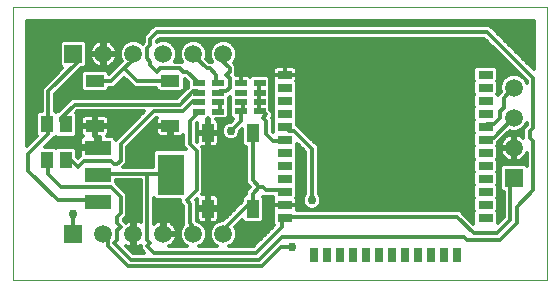
<source format=gtl>
G75*
%MOIN*%
%OFA0B0*%
%FSLAX25Y25*%
%IPPOS*%
%LPD*%
%AMOC8*
5,1,8,0,0,1.08239X$1,22.5*
%
%ADD10C,0.00000*%
%ADD11R,0.04000X0.02000*%
%ADD12R,0.04331X0.05512*%
%ADD13R,0.02500X0.05000*%
%ADD14R,0.05000X0.02500*%
%ADD15R,0.03937X0.06299*%
%ADD16R,0.06299X0.03937*%
%ADD17R,0.05937X0.05937*%
%ADD18C,0.05937*%
%ADD19R,0.08661X0.13780*%
%ADD20R,0.08661X0.04724*%
%ADD21C,0.01200*%
%ADD22C,0.02978*%
D10*
X0001757Y0001179D02*
X0001757Y0092320D01*
X0179750Y0092320D01*
X0179750Y0001179D01*
X0001757Y0001179D01*
D11*
X0063633Y0057350D03*
X0063633Y0060500D03*
X0063633Y0063649D03*
X0063633Y0066799D03*
X0069932Y0066799D03*
X0069932Y0063649D03*
X0069932Y0060500D03*
X0069932Y0057350D03*
X0077568Y0057405D03*
X0077568Y0060555D03*
X0077568Y0063704D03*
X0083867Y0063704D03*
X0083867Y0060555D03*
X0083867Y0057405D03*
X0083867Y0066854D03*
X0077568Y0066854D03*
D12*
X0019230Y0053068D03*
X0012931Y0053068D03*
X0012931Y0041257D03*
X0019230Y0041257D03*
D13*
X0101939Y0009538D03*
X0106269Y0009538D03*
X0110600Y0009538D03*
X0114931Y0009538D03*
X0119261Y0009538D03*
X0123592Y0009538D03*
X0127923Y0009538D03*
X0132254Y0009538D03*
X0136584Y0009538D03*
X0140915Y0009538D03*
X0145246Y0009538D03*
X0149576Y0009538D03*
D14*
X0159222Y0021939D03*
X0159222Y0026270D03*
X0159222Y0030601D03*
X0159222Y0034932D03*
X0159222Y0039262D03*
X0159222Y0043593D03*
X0159222Y0047924D03*
X0159222Y0052254D03*
X0159222Y0056585D03*
X0159222Y0060916D03*
X0159222Y0065246D03*
X0159222Y0069577D03*
X0092293Y0069577D03*
X0092293Y0065246D03*
X0092293Y0060916D03*
X0092293Y0056585D03*
X0092293Y0052254D03*
X0092293Y0047924D03*
X0092293Y0043593D03*
X0092293Y0039262D03*
X0092293Y0034932D03*
X0092293Y0030601D03*
X0092293Y0026270D03*
X0092293Y0021939D03*
D15*
X0081615Y0025033D03*
X0066654Y0025033D03*
X0066654Y0050230D03*
X0081615Y0050230D03*
D16*
X0054137Y0052589D03*
X0028940Y0052589D03*
X0028940Y0067549D03*
X0054137Y0067549D03*
D17*
X0021757Y0076572D03*
X0021757Y0016533D03*
X0168634Y0035275D03*
D18*
X0168634Y0045275D03*
X0168634Y0055275D03*
X0168634Y0065275D03*
X0071757Y0076572D03*
X0061757Y0076572D03*
X0051757Y0076572D03*
X0041757Y0076572D03*
X0031757Y0076572D03*
X0031757Y0016533D03*
X0041757Y0016533D03*
X0051757Y0016533D03*
X0061757Y0016533D03*
X0071757Y0016533D03*
D19*
X0054303Y0036314D03*
D20*
X0029894Y0036314D03*
X0029894Y0027259D03*
X0029894Y0045369D03*
D21*
X0029312Y0044956D02*
X0022715Y0044956D01*
X0022995Y0044676D02*
X0022058Y0045613D01*
X0016402Y0045613D01*
X0016081Y0045291D01*
X0015759Y0045613D01*
X0012267Y0045613D01*
X0014269Y0047615D01*
X0015366Y0048712D01*
X0015759Y0048712D01*
X0016081Y0049034D01*
X0016402Y0048712D01*
X0022058Y0048712D01*
X0022995Y0049649D01*
X0022995Y0056487D01*
X0022518Y0056964D01*
X0023069Y0057515D01*
X0045446Y0057515D01*
X0036646Y0048715D01*
X0035824Y0047893D01*
X0035824Y0047942D01*
X0035715Y0048349D01*
X0035505Y0048714D01*
X0035207Y0049012D01*
X0034842Y0049222D01*
X0034435Y0049331D01*
X0033058Y0049331D01*
X0033072Y0049340D01*
X0033370Y0049638D01*
X0033581Y0050003D01*
X0033690Y0050409D01*
X0033690Y0052204D01*
X0029325Y0052204D01*
X0029325Y0052973D01*
X0033690Y0052973D01*
X0033690Y0054768D01*
X0033581Y0055175D01*
X0033370Y0055540D01*
X0033072Y0055837D01*
X0032708Y0056048D01*
X0032301Y0056157D01*
X0029325Y0056157D01*
X0029325Y0052973D01*
X0028556Y0052973D01*
X0028556Y0056157D01*
X0025580Y0056157D01*
X0025173Y0056048D01*
X0024808Y0055837D01*
X0024510Y0055540D01*
X0024300Y0055175D01*
X0024191Y0054768D01*
X0024191Y0052973D01*
X0028556Y0052973D01*
X0028556Y0052204D01*
X0029325Y0052204D01*
X0029325Y0049020D01*
X0030475Y0049020D01*
X0030475Y0045950D01*
X0029312Y0045950D01*
X0029312Y0044788D01*
X0023963Y0044788D01*
X0023963Y0042796D01*
X0023998Y0042666D01*
X0023257Y0041926D01*
X0022995Y0042188D01*
X0022995Y0044676D01*
X0022995Y0043757D02*
X0023963Y0043757D01*
X0023890Y0042559D02*
X0022995Y0042559D01*
X0025457Y0041015D02*
X0023257Y0038815D01*
X0019957Y0042115D01*
X0019230Y0041257D01*
X0013357Y0041015D02*
X0012931Y0041257D01*
X0013357Y0041015D02*
X0013357Y0036615D01*
X0017757Y0032215D01*
X0034257Y0032215D01*
X0037557Y0028915D01*
X0037557Y0023415D01*
X0036457Y0022315D01*
X0036457Y0020115D01*
X0037557Y0019015D01*
X0036457Y0017915D01*
X0036457Y0014615D01*
X0035357Y0013515D01*
X0040857Y0008015D01*
X0083757Y0008015D01*
X0091457Y0015715D01*
X0151957Y0015715D01*
X0153057Y0014615D01*
X0164057Y0014615D01*
X0169557Y0020115D01*
X0169557Y0025615D01*
X0175057Y0031115D01*
X0175057Y0047615D01*
X0173957Y0048715D01*
X0173957Y0050915D01*
X0175057Y0052015D01*
X0175057Y0068515D01*
X0159657Y0083915D01*
X0049657Y0083915D01*
X0047457Y0081715D01*
X0047457Y0079515D01*
X0046357Y0078415D01*
X0046357Y0075115D01*
X0047457Y0074015D01*
X0047457Y0072915D01*
X0049657Y0070715D01*
X0050757Y0071815D01*
X0057357Y0071815D01*
X0058457Y0070715D01*
X0059557Y0070715D01*
X0062857Y0067415D01*
X0063633Y0066799D01*
X0062857Y0064115D02*
X0061757Y0064115D01*
X0057357Y0059715D01*
X0022157Y0059715D01*
X0017757Y0055315D01*
X0017757Y0054215D01*
X0018857Y0053115D01*
X0019230Y0053068D01*
X0022995Y0053346D02*
X0024191Y0053346D01*
X0024191Y0052204D02*
X0024191Y0050409D01*
X0024300Y0050003D01*
X0024510Y0049638D01*
X0024808Y0049340D01*
X0024991Y0049234D01*
X0024945Y0049222D01*
X0024580Y0049012D01*
X0024283Y0048714D01*
X0024072Y0048349D01*
X0023963Y0047942D01*
X0023963Y0045950D01*
X0029312Y0045950D01*
X0029312Y0049331D01*
X0028556Y0049331D01*
X0028556Y0052204D01*
X0024191Y0052204D01*
X0024191Y0052147D02*
X0022995Y0052147D01*
X0022995Y0050948D02*
X0024191Y0050948D01*
X0024446Y0049750D02*
X0022995Y0049750D01*
X0024189Y0048551D02*
X0015205Y0048551D01*
X0014007Y0047353D02*
X0023963Y0047353D01*
X0023963Y0046154D02*
X0012808Y0046154D01*
X0007784Y0047353D02*
X0006357Y0047353D01*
X0006357Y0048551D02*
X0008983Y0048551D01*
X0009623Y0049192D02*
X0009166Y0049649D01*
X0009166Y0056487D01*
X0010103Y0057424D01*
X0011157Y0057424D01*
X0011157Y0065026D01*
X0018135Y0072004D01*
X0018126Y0072004D01*
X0017189Y0072941D01*
X0017189Y0080204D01*
X0018126Y0081141D01*
X0025389Y0081141D01*
X0026326Y0080204D01*
X0026326Y0072941D01*
X0025389Y0072004D01*
X0024358Y0072004D01*
X0024169Y0071815D01*
X0015557Y0063204D01*
X0015557Y0057424D01*
X0015759Y0057424D01*
X0016081Y0057102D01*
X0016402Y0057424D01*
X0016755Y0057424D01*
X0016846Y0057515D01*
X0021246Y0061915D01*
X0056446Y0061915D01*
X0060033Y0065501D01*
X0060033Y0067129D01*
X0058887Y0068274D01*
X0058887Y0064918D01*
X0057950Y0063981D01*
X0050325Y0063981D01*
X0049388Y0064918D01*
X0049388Y0065215D01*
X0042146Y0065215D01*
X0038657Y0068704D01*
X0035169Y0065215D01*
X0033690Y0065215D01*
X0033690Y0064918D01*
X0032753Y0063981D01*
X0025128Y0063981D01*
X0024191Y0064918D01*
X0024191Y0070181D01*
X0025128Y0071118D01*
X0032753Y0071118D01*
X0033690Y0070181D01*
X0033690Y0069959D01*
X0036457Y0072726D01*
X0037746Y0074015D01*
X0037835Y0074104D01*
X0037189Y0075664D01*
X0037189Y0077481D01*
X0037884Y0079160D01*
X0039170Y0080445D01*
X0040849Y0081141D01*
X0042666Y0081141D01*
X0044345Y0080445D01*
X0044811Y0079980D01*
X0045257Y0080426D01*
X0045257Y0082626D01*
X0047457Y0084826D01*
X0048746Y0086115D01*
X0160569Y0086115D01*
X0161857Y0084826D01*
X0161857Y0084826D01*
X0175150Y0071534D01*
X0175150Y0087720D01*
X0006357Y0087720D01*
X0006357Y0045926D01*
X0009623Y0049192D01*
X0009166Y0049750D02*
X0006357Y0049750D01*
X0006357Y0050948D02*
X0009166Y0050948D01*
X0009166Y0052147D02*
X0006357Y0052147D01*
X0006357Y0053346D02*
X0009166Y0053346D01*
X0009166Y0054544D02*
X0006357Y0054544D01*
X0006357Y0055743D02*
X0009166Y0055743D01*
X0009620Y0056941D02*
X0006357Y0056941D01*
X0006357Y0058140D02*
X0011157Y0058140D01*
X0011157Y0059338D02*
X0006357Y0059338D01*
X0006357Y0060537D02*
X0011157Y0060537D01*
X0011157Y0061735D02*
X0006357Y0061735D01*
X0006357Y0062934D02*
X0011157Y0062934D01*
X0011157Y0064132D02*
X0006357Y0064132D01*
X0006357Y0065331D02*
X0011462Y0065331D01*
X0012660Y0066529D02*
X0006357Y0066529D01*
X0006357Y0067728D02*
X0013859Y0067728D01*
X0015057Y0068926D02*
X0006357Y0068926D01*
X0006357Y0070125D02*
X0016256Y0070125D01*
X0017454Y0071323D02*
X0006357Y0071323D01*
X0006357Y0072522D02*
X0017608Y0072522D01*
X0017189Y0073720D02*
X0006357Y0073720D01*
X0006357Y0074919D02*
X0017189Y0074919D01*
X0017189Y0076117D02*
X0006357Y0076117D01*
X0006357Y0077316D02*
X0017189Y0077316D01*
X0017189Y0078514D02*
X0006357Y0078514D01*
X0006357Y0079713D02*
X0017189Y0079713D01*
X0017897Y0080911D02*
X0006357Y0080911D01*
X0006357Y0082110D02*
X0045257Y0082110D01*
X0045257Y0080911D02*
X0043221Y0080911D01*
X0040294Y0080911D02*
X0033188Y0080911D01*
X0033511Y0080806D02*
X0032827Y0081028D01*
X0032142Y0081137D01*
X0032142Y0076957D01*
X0031373Y0076957D01*
X0031373Y0081137D01*
X0030688Y0081028D01*
X0030004Y0080806D01*
X0029363Y0080480D01*
X0028781Y0080057D01*
X0028273Y0079549D01*
X0027850Y0078967D01*
X0027524Y0078326D01*
X0027301Y0077642D01*
X0027193Y0076957D01*
X0031373Y0076957D01*
X0031373Y0076188D01*
X0027193Y0076188D01*
X0027301Y0075503D01*
X0027524Y0074819D01*
X0027850Y0074178D01*
X0028273Y0073596D01*
X0028781Y0073088D01*
X0029363Y0072665D01*
X0030004Y0072339D01*
X0030688Y0072116D01*
X0031373Y0072008D01*
X0031373Y0076188D01*
X0032142Y0076188D01*
X0032142Y0076957D01*
X0036322Y0076957D01*
X0036213Y0077642D01*
X0035991Y0078326D01*
X0035665Y0078967D01*
X0035242Y0079549D01*
X0034734Y0080057D01*
X0034152Y0080480D01*
X0033511Y0080806D01*
X0032142Y0080911D02*
X0031373Y0080911D01*
X0030327Y0080911D02*
X0025618Y0080911D01*
X0026326Y0079713D02*
X0028437Y0079713D01*
X0027620Y0078514D02*
X0026326Y0078514D01*
X0026326Y0077316D02*
X0027250Y0077316D01*
X0027204Y0076117D02*
X0026326Y0076117D01*
X0026326Y0074919D02*
X0027491Y0074919D01*
X0028183Y0073720D02*
X0026326Y0073720D01*
X0025906Y0072522D02*
X0029645Y0072522D01*
X0031373Y0072522D02*
X0032142Y0072522D01*
X0032142Y0072008D02*
X0032827Y0072116D01*
X0033511Y0072339D01*
X0034152Y0072665D01*
X0034734Y0073088D01*
X0035242Y0073596D01*
X0035665Y0074178D01*
X0035991Y0074819D01*
X0036213Y0075503D01*
X0036322Y0076188D01*
X0032142Y0076188D01*
X0032142Y0072008D01*
X0033870Y0072522D02*
X0036253Y0072522D01*
X0035054Y0071323D02*
X0023677Y0071323D01*
X0024191Y0070125D02*
X0022478Y0070125D01*
X0021280Y0068926D02*
X0024191Y0068926D01*
X0024191Y0067728D02*
X0020081Y0067728D01*
X0018883Y0066529D02*
X0024191Y0066529D01*
X0024191Y0065331D02*
X0017684Y0065331D01*
X0016486Y0064132D02*
X0024977Y0064132D01*
X0021066Y0061735D02*
X0015557Y0061735D01*
X0015557Y0060537D02*
X0019868Y0060537D01*
X0018669Y0059338D02*
X0015557Y0059338D01*
X0015557Y0058140D02*
X0017471Y0058140D01*
X0022541Y0056941D02*
X0044872Y0056941D01*
X0043674Y0055743D02*
X0033167Y0055743D01*
X0033690Y0054544D02*
X0042475Y0054544D01*
X0041277Y0053346D02*
X0033690Y0053346D01*
X0033690Y0052147D02*
X0040078Y0052147D01*
X0038880Y0050948D02*
X0033690Y0050948D01*
X0033435Y0049750D02*
X0037681Y0049750D01*
X0036483Y0048551D02*
X0035598Y0048551D01*
X0037557Y0046515D02*
X0037557Y0041015D01*
X0036457Y0039915D01*
X0035357Y0039915D01*
X0034257Y0041015D01*
X0025457Y0041015D01*
X0029894Y0036314D02*
X0030957Y0036615D01*
X0046357Y0036615D01*
X0046357Y0014615D01*
X0047457Y0013515D01*
X0046357Y0012415D01*
X0048557Y0010215D01*
X0082657Y0010215D01*
X0091457Y0019015D01*
X0091457Y0021215D01*
X0092293Y0021939D01*
X0092557Y0022315D01*
X0149757Y0022315D01*
X0155257Y0016815D01*
X0162957Y0016815D01*
X0167357Y0021215D01*
X0167357Y0033315D01*
X0168457Y0034415D01*
X0168634Y0035275D01*
X0164066Y0035368D02*
X0163322Y0035368D01*
X0163322Y0034169D02*
X0164066Y0034169D01*
X0164066Y0032971D02*
X0163274Y0032971D01*
X0163322Y0033019D02*
X0163322Y0036844D01*
X0163069Y0037097D01*
X0163322Y0037349D01*
X0163322Y0041175D01*
X0163069Y0041428D01*
X0163322Y0041680D01*
X0163322Y0045506D01*
X0163069Y0045758D01*
X0163322Y0046011D01*
X0163322Y0047068D01*
X0167184Y0050930D01*
X0167726Y0050706D01*
X0169543Y0050706D01*
X0171222Y0051402D01*
X0172507Y0052687D01*
X0172857Y0053532D01*
X0172857Y0052926D01*
X0171757Y0051826D01*
X0171757Y0048612D01*
X0171610Y0048759D01*
X0171029Y0049182D01*
X0170388Y0049509D01*
X0169704Y0049731D01*
X0169019Y0049839D01*
X0169019Y0045659D01*
X0168250Y0045659D01*
X0168250Y0044890D01*
X0169019Y0044890D01*
X0169019Y0040710D01*
X0169704Y0040819D01*
X0170388Y0041041D01*
X0171029Y0041367D01*
X0171610Y0041790D01*
X0172119Y0042299D01*
X0172542Y0042880D01*
X0172857Y0043500D01*
X0172857Y0039251D01*
X0172266Y0039843D01*
X0165003Y0039843D01*
X0164066Y0038906D01*
X0164066Y0031644D01*
X0165003Y0030706D01*
X0165157Y0030706D01*
X0165157Y0022126D01*
X0163322Y0020291D01*
X0163322Y0023852D01*
X0163069Y0024105D01*
X0163322Y0024357D01*
X0163322Y0028183D01*
X0163069Y0028435D01*
X0163322Y0028688D01*
X0163322Y0032514D01*
X0163069Y0032766D01*
X0163322Y0033019D01*
X0163322Y0031772D02*
X0164066Y0031772D01*
X0163322Y0030574D02*
X0165157Y0030574D01*
X0165157Y0029375D02*
X0163322Y0029375D01*
X0163322Y0028177D02*
X0165157Y0028177D01*
X0165157Y0026978D02*
X0163322Y0026978D01*
X0163322Y0025780D02*
X0165157Y0025780D01*
X0165157Y0024581D02*
X0163322Y0024581D01*
X0163322Y0023383D02*
X0165157Y0023383D01*
X0165157Y0022184D02*
X0163322Y0022184D01*
X0163322Y0020986D02*
X0164017Y0020986D01*
X0155122Y0020986D02*
X0154198Y0020986D01*
X0155122Y0020062D02*
X0150669Y0024515D01*
X0096314Y0024515D01*
X0096393Y0024809D01*
X0096393Y0026245D01*
X0092318Y0026245D01*
X0092318Y0026295D01*
X0096393Y0026295D01*
X0096393Y0027731D01*
X0096284Y0028138D01*
X0096122Y0028417D01*
X0096393Y0028688D01*
X0096393Y0032514D01*
X0096140Y0032766D01*
X0096393Y0033019D01*
X0096393Y0036844D01*
X0096140Y0037097D01*
X0096393Y0037349D01*
X0096393Y0041175D01*
X0096140Y0041428D01*
X0096393Y0041680D01*
X0096393Y0045506D01*
X0096140Y0045758D01*
X0096393Y0046011D01*
X0096393Y0046725D01*
X0099131Y0043987D01*
X0099131Y0029936D01*
X0098712Y0029518D01*
X0098242Y0028382D01*
X0098242Y0027154D01*
X0098712Y0026018D01*
X0099581Y0025149D01*
X0100717Y0024679D01*
X0101945Y0024679D01*
X0103081Y0025149D01*
X0103950Y0026018D01*
X0104420Y0027154D01*
X0104420Y0028382D01*
X0103950Y0029518D01*
X0103531Y0029936D01*
X0103531Y0045810D01*
X0102242Y0047098D01*
X0096393Y0052948D01*
X0096393Y0054167D01*
X0096140Y0054420D01*
X0096393Y0054672D01*
X0096393Y0058498D01*
X0096140Y0058750D01*
X0096393Y0059003D01*
X0096393Y0062829D01*
X0096140Y0063081D01*
X0096393Y0063334D01*
X0096393Y0067159D01*
X0096122Y0067430D01*
X0096284Y0067710D01*
X0096393Y0068117D01*
X0096393Y0069552D01*
X0092318Y0069552D01*
X0092318Y0069602D01*
X0096393Y0069602D01*
X0096393Y0071038D01*
X0096284Y0071445D01*
X0096073Y0071810D01*
X0095775Y0072108D01*
X0095410Y0072318D01*
X0095004Y0072427D01*
X0092318Y0072427D01*
X0092318Y0069602D01*
X0092268Y0069602D01*
X0092268Y0069552D01*
X0088193Y0069552D01*
X0088193Y0068117D01*
X0088302Y0067710D01*
X0088464Y0067430D01*
X0088193Y0067159D01*
X0088193Y0063334D01*
X0088446Y0063081D01*
X0088193Y0062829D01*
X0088193Y0059003D01*
X0088446Y0058750D01*
X0088193Y0058498D01*
X0088193Y0054672D01*
X0088446Y0054420D01*
X0088193Y0054167D01*
X0088193Y0050691D01*
X0088157Y0050726D01*
X0088157Y0055126D01*
X0087969Y0055315D01*
X0088157Y0055504D01*
X0088157Y0057326D01*
X0087467Y0058017D01*
X0087467Y0068517D01*
X0086530Y0069454D01*
X0081204Y0069454D01*
X0080717Y0068967D01*
X0080550Y0069134D01*
X0080185Y0069345D01*
X0079778Y0069454D01*
X0077568Y0069454D01*
X0077568Y0066854D01*
X0077568Y0066854D01*
X0077568Y0069454D01*
X0076030Y0069454D01*
X0075869Y0069615D01*
X0076057Y0069804D01*
X0076057Y0072726D01*
X0075215Y0073569D01*
X0075630Y0073985D01*
X0076326Y0075664D01*
X0076326Y0077481D01*
X0075630Y0079160D01*
X0074345Y0080445D01*
X0072666Y0081141D01*
X0070849Y0081141D01*
X0069170Y0080445D01*
X0067884Y0079160D01*
X0067189Y0077481D01*
X0067189Y0075664D01*
X0067872Y0074015D01*
X0067069Y0074015D01*
X0066061Y0075023D01*
X0066326Y0075664D01*
X0066326Y0077481D01*
X0065630Y0079160D01*
X0064345Y0080445D01*
X0062666Y0081141D01*
X0060849Y0081141D01*
X0059170Y0080445D01*
X0057884Y0079160D01*
X0057189Y0077481D01*
X0057189Y0075664D01*
X0057872Y0074015D01*
X0055643Y0074015D01*
X0056326Y0075664D01*
X0056326Y0077481D01*
X0055630Y0079160D01*
X0054345Y0080445D01*
X0052666Y0081141D01*
X0050849Y0081141D01*
X0049657Y0080647D01*
X0049657Y0080804D01*
X0050569Y0081715D01*
X0158746Y0081715D01*
X0172857Y0067604D01*
X0172857Y0067017D01*
X0172507Y0067863D01*
X0171222Y0069148D01*
X0169543Y0069843D01*
X0167726Y0069843D01*
X0166046Y0069148D01*
X0164761Y0067863D01*
X0164066Y0066183D01*
X0164066Y0064366D01*
X0164192Y0064061D01*
X0163141Y0063010D01*
X0163069Y0063081D01*
X0163322Y0063334D01*
X0163322Y0067159D01*
X0163069Y0067412D01*
X0163322Y0067664D01*
X0163322Y0071490D01*
X0162385Y0072427D01*
X0156059Y0072427D01*
X0155122Y0071490D01*
X0155122Y0067664D01*
X0155375Y0067412D01*
X0155122Y0067159D01*
X0155122Y0063334D01*
X0155375Y0063081D01*
X0155122Y0062829D01*
X0155122Y0059003D01*
X0155375Y0058750D01*
X0155122Y0058498D01*
X0155122Y0054672D01*
X0155375Y0054420D01*
X0155122Y0054167D01*
X0155122Y0050342D01*
X0155375Y0050089D01*
X0155122Y0049836D01*
X0155122Y0046011D01*
X0155375Y0045758D01*
X0155122Y0045506D01*
X0155122Y0041680D01*
X0155375Y0041428D01*
X0155122Y0041175D01*
X0155122Y0037349D01*
X0155375Y0037097D01*
X0155122Y0036844D01*
X0155122Y0033019D01*
X0155375Y0032766D01*
X0155122Y0032514D01*
X0155122Y0028688D01*
X0155375Y0028435D01*
X0155122Y0028183D01*
X0155122Y0024357D01*
X0155375Y0024105D01*
X0155122Y0023852D01*
X0155122Y0020062D01*
X0155122Y0022184D02*
X0152999Y0022184D01*
X0151801Y0023383D02*
X0155122Y0023383D01*
X0155122Y0024581D02*
X0096332Y0024581D01*
X0096393Y0025780D02*
X0098951Y0025780D01*
X0098315Y0026978D02*
X0096393Y0026978D01*
X0096261Y0028177D02*
X0098242Y0028177D01*
X0098653Y0029375D02*
X0096393Y0029375D01*
X0096393Y0030574D02*
X0099131Y0030574D01*
X0099131Y0031772D02*
X0096393Y0031772D01*
X0096345Y0032971D02*
X0099131Y0032971D01*
X0099131Y0034169D02*
X0096393Y0034169D01*
X0096393Y0035368D02*
X0099131Y0035368D01*
X0099131Y0036566D02*
X0096393Y0036566D01*
X0096393Y0037765D02*
X0099131Y0037765D01*
X0099131Y0038963D02*
X0096393Y0038963D01*
X0096393Y0040162D02*
X0099131Y0040162D01*
X0099131Y0041360D02*
X0096207Y0041360D01*
X0096393Y0042559D02*
X0099131Y0042559D01*
X0099131Y0043757D02*
X0096393Y0043757D01*
X0096393Y0044956D02*
X0098162Y0044956D01*
X0096964Y0046154D02*
X0096393Y0046154D01*
X0092293Y0047924D02*
X0091457Y0047615D01*
X0088157Y0047615D01*
X0085957Y0049815D01*
X0085957Y0054215D01*
X0084857Y0055315D01*
X0085957Y0056415D01*
X0084857Y0057515D01*
X0083867Y0057405D01*
X0083757Y0057515D01*
X0083757Y0059715D01*
X0083867Y0060555D01*
X0083757Y0060815D01*
X0083757Y0063015D01*
X0083867Y0063704D01*
X0083757Y0064115D01*
X0083757Y0066315D01*
X0083867Y0066854D01*
X0087467Y0066529D02*
X0088193Y0066529D01*
X0088193Y0065331D02*
X0087467Y0065331D01*
X0087467Y0064132D02*
X0088193Y0064132D01*
X0088298Y0062934D02*
X0087467Y0062934D01*
X0087467Y0061735D02*
X0088193Y0061735D01*
X0088193Y0060537D02*
X0087467Y0060537D01*
X0087467Y0059338D02*
X0088193Y0059338D01*
X0088193Y0058140D02*
X0087467Y0058140D01*
X0088157Y0056941D02*
X0088193Y0056941D01*
X0088157Y0055743D02*
X0088193Y0055743D01*
X0088157Y0054544D02*
X0088321Y0054544D01*
X0088193Y0053346D02*
X0088157Y0053346D01*
X0088157Y0052147D02*
X0088193Y0052147D01*
X0088157Y0050948D02*
X0088193Y0050948D01*
X0092293Y0052254D02*
X0093774Y0050774D01*
X0095456Y0050774D01*
X0101331Y0044898D01*
X0101331Y0027768D01*
X0104420Y0028177D02*
X0155122Y0028177D01*
X0155122Y0029375D02*
X0104009Y0029375D01*
X0103531Y0030574D02*
X0155122Y0030574D01*
X0155122Y0031772D02*
X0103531Y0031772D01*
X0103531Y0032971D02*
X0155170Y0032971D01*
X0155122Y0034169D02*
X0103531Y0034169D01*
X0103531Y0035368D02*
X0155122Y0035368D01*
X0155122Y0036566D02*
X0103531Y0036566D01*
X0103531Y0037765D02*
X0155122Y0037765D01*
X0155122Y0038963D02*
X0103531Y0038963D01*
X0103531Y0040162D02*
X0155122Y0040162D01*
X0155307Y0041360D02*
X0103531Y0041360D01*
X0103531Y0042559D02*
X0155122Y0042559D01*
X0155122Y0043757D02*
X0103531Y0043757D01*
X0103531Y0044956D02*
X0155122Y0044956D01*
X0155122Y0046154D02*
X0103186Y0046154D01*
X0101988Y0047353D02*
X0155122Y0047353D01*
X0155122Y0048551D02*
X0100789Y0048551D01*
X0099591Y0049750D02*
X0155122Y0049750D01*
X0155122Y0050948D02*
X0098392Y0050948D01*
X0097194Y0052147D02*
X0155122Y0052147D01*
X0155122Y0053346D02*
X0096393Y0053346D01*
X0096265Y0054544D02*
X0155250Y0054544D01*
X0155122Y0055743D02*
X0096393Y0055743D01*
X0096393Y0056941D02*
X0155122Y0056941D01*
X0155122Y0058140D02*
X0096393Y0058140D01*
X0096393Y0059338D02*
X0155122Y0059338D01*
X0155122Y0060537D02*
X0096393Y0060537D01*
X0096393Y0061735D02*
X0155122Y0061735D01*
X0155227Y0062934D02*
X0096288Y0062934D01*
X0096393Y0064132D02*
X0155122Y0064132D01*
X0155122Y0065331D02*
X0096393Y0065331D01*
X0096393Y0066529D02*
X0155122Y0066529D01*
X0155122Y0067728D02*
X0096289Y0067728D01*
X0096393Y0068926D02*
X0155122Y0068926D01*
X0155122Y0070125D02*
X0096393Y0070125D01*
X0096316Y0071323D02*
X0155122Y0071323D01*
X0163322Y0071323D02*
X0169138Y0071323D01*
X0170337Y0070125D02*
X0163322Y0070125D01*
X0163322Y0068926D02*
X0165825Y0068926D01*
X0164705Y0067728D02*
X0163322Y0067728D01*
X0163322Y0066529D02*
X0164209Y0066529D01*
X0164066Y0065331D02*
X0163322Y0065331D01*
X0163322Y0064132D02*
X0164163Y0064132D01*
X0165157Y0061915D02*
X0168457Y0065215D01*
X0168634Y0065275D01*
X0172563Y0067728D02*
X0172734Y0067728D01*
X0171535Y0068926D02*
X0171444Y0068926D01*
X0174162Y0072522D02*
X0175150Y0072522D01*
X0175150Y0073720D02*
X0172963Y0073720D01*
X0171765Y0074919D02*
X0175150Y0074919D01*
X0175150Y0076117D02*
X0170566Y0076117D01*
X0169368Y0077316D02*
X0175150Y0077316D01*
X0175150Y0078514D02*
X0168169Y0078514D01*
X0166971Y0079713D02*
X0175150Y0079713D01*
X0175150Y0080911D02*
X0165772Y0080911D01*
X0164574Y0082110D02*
X0175150Y0082110D01*
X0175150Y0083308D02*
X0163375Y0083308D01*
X0162177Y0084507D02*
X0175150Y0084507D01*
X0175150Y0085705D02*
X0160978Y0085705D01*
X0159550Y0080911D02*
X0073221Y0080911D01*
X0075078Y0079713D02*
X0160748Y0079713D01*
X0161947Y0078514D02*
X0075898Y0078514D01*
X0076326Y0077316D02*
X0163145Y0077316D01*
X0164344Y0076117D02*
X0076326Y0076117D01*
X0076017Y0074919D02*
X0165542Y0074919D01*
X0166741Y0073720D02*
X0075366Y0073720D01*
X0076057Y0072522D02*
X0167939Y0072522D01*
X0165157Y0061915D02*
X0165157Y0058615D01*
X0164057Y0057515D01*
X0164057Y0055315D01*
X0161857Y0053115D01*
X0159657Y0053115D01*
X0159222Y0052254D01*
X0159657Y0048715D02*
X0159222Y0047924D01*
X0159657Y0048715D02*
X0161857Y0048715D01*
X0168457Y0055315D01*
X0168634Y0055275D01*
X0171967Y0052147D02*
X0172078Y0052147D01*
X0172780Y0053346D02*
X0172857Y0053346D01*
X0171757Y0050948D02*
X0170128Y0050948D01*
X0169583Y0049750D02*
X0171757Y0049750D01*
X0169019Y0049750D02*
X0168250Y0049750D01*
X0168250Y0049839D02*
X0167565Y0049731D01*
X0166881Y0049509D01*
X0166240Y0049182D01*
X0165658Y0048759D01*
X0165150Y0048251D01*
X0164727Y0047669D01*
X0164401Y0047028D01*
X0164178Y0046345D01*
X0164070Y0045659D01*
X0168250Y0045659D01*
X0168250Y0049839D01*
X0167686Y0049750D02*
X0166004Y0049750D01*
X0165450Y0048551D02*
X0164805Y0048551D01*
X0164566Y0047353D02*
X0163607Y0047353D01*
X0163322Y0046154D02*
X0164148Y0046154D01*
X0164070Y0044890D02*
X0164178Y0044205D01*
X0164401Y0043521D01*
X0164727Y0042880D01*
X0165150Y0042299D01*
X0165658Y0041790D01*
X0166240Y0041367D01*
X0166881Y0041041D01*
X0167565Y0040819D01*
X0168250Y0040710D01*
X0168250Y0044890D01*
X0164070Y0044890D01*
X0163322Y0044956D02*
X0168250Y0044956D01*
X0168250Y0046154D02*
X0169019Y0046154D01*
X0169019Y0047353D02*
X0168250Y0047353D01*
X0168250Y0048551D02*
X0169019Y0048551D01*
X0169019Y0043757D02*
X0168250Y0043757D01*
X0168250Y0042559D02*
X0169019Y0042559D01*
X0169019Y0041360D02*
X0168250Y0041360D01*
X0166254Y0041360D02*
X0163137Y0041360D01*
X0163322Y0042559D02*
X0164961Y0042559D01*
X0164324Y0043757D02*
X0163322Y0043757D01*
X0163322Y0040162D02*
X0172857Y0040162D01*
X0172857Y0041360D02*
X0171015Y0041360D01*
X0172308Y0042559D02*
X0172857Y0042559D01*
X0164123Y0038963D02*
X0163322Y0038963D01*
X0163322Y0037765D02*
X0164066Y0037765D01*
X0164066Y0036566D02*
X0163322Y0036566D01*
X0155122Y0026978D02*
X0104347Y0026978D01*
X0103711Y0025780D02*
X0155122Y0025780D01*
X0094732Y0012111D02*
X0090965Y0012111D01*
X0084669Y0005815D01*
X0039946Y0005815D01*
X0033157Y0012604D01*
X0033157Y0015133D01*
X0031757Y0016533D01*
X0038657Y0021026D02*
X0039294Y0020390D01*
X0039363Y0020440D01*
X0040004Y0020767D01*
X0040688Y0020989D01*
X0041373Y0021098D01*
X0041373Y0016917D01*
X0042142Y0016917D01*
X0042142Y0021098D01*
X0042827Y0020989D01*
X0043511Y0020767D01*
X0044152Y0020440D01*
X0044157Y0020436D01*
X0044157Y0034415D01*
X0035824Y0034415D01*
X0035824Y0033759D01*
X0036457Y0033126D01*
X0039757Y0029826D01*
X0039757Y0022504D01*
X0038657Y0021404D01*
X0038657Y0021026D01*
X0038698Y0020986D02*
X0040677Y0020986D01*
X0041373Y0020986D02*
X0042142Y0020986D01*
X0042838Y0020986D02*
X0044157Y0020986D01*
X0044157Y0022184D02*
X0039438Y0022184D01*
X0039757Y0023383D02*
X0044157Y0023383D01*
X0044157Y0024581D02*
X0039757Y0024581D01*
X0039757Y0025780D02*
X0044157Y0025780D01*
X0044157Y0026978D02*
X0039757Y0026978D01*
X0039757Y0028177D02*
X0044157Y0028177D01*
X0044157Y0029375D02*
X0039757Y0029375D01*
X0039010Y0030574D02*
X0044157Y0030574D01*
X0044157Y0031772D02*
X0037811Y0031772D01*
X0036613Y0032971D02*
X0044157Y0032971D01*
X0044157Y0034169D02*
X0035824Y0034169D01*
X0038469Y0038815D02*
X0038657Y0039004D01*
X0039757Y0040104D01*
X0039757Y0045604D01*
X0049469Y0055315D01*
X0049578Y0055315D01*
X0049497Y0055175D01*
X0049388Y0054768D01*
X0049388Y0052973D01*
X0053753Y0052973D01*
X0053753Y0052204D01*
X0054521Y0052204D01*
X0054521Y0049020D01*
X0057497Y0049020D01*
X0057904Y0049129D01*
X0058269Y0049340D01*
X0058457Y0049528D01*
X0058457Y0045604D01*
X0059257Y0044804D01*
X0049310Y0044804D01*
X0048372Y0043867D01*
X0048372Y0038815D01*
X0038469Y0038815D01*
X0038617Y0038963D02*
X0048372Y0038963D01*
X0048372Y0040162D02*
X0039757Y0040162D01*
X0039757Y0041360D02*
X0048372Y0041360D01*
X0048372Y0042559D02*
X0039757Y0042559D01*
X0039757Y0043757D02*
X0048372Y0043757D01*
X0041507Y0047353D02*
X0058457Y0047353D01*
X0058457Y0048551D02*
X0042705Y0048551D01*
X0043904Y0049750D02*
X0049642Y0049750D01*
X0049707Y0049638D02*
X0050005Y0049340D01*
X0050370Y0049129D01*
X0050777Y0049020D01*
X0053753Y0049020D01*
X0053753Y0052204D01*
X0049388Y0052204D01*
X0049388Y0050409D01*
X0049497Y0050003D01*
X0049707Y0049638D01*
X0049388Y0050948D02*
X0045102Y0050948D01*
X0046301Y0052147D02*
X0049388Y0052147D01*
X0049388Y0053346D02*
X0047499Y0053346D01*
X0048698Y0054544D02*
X0049388Y0054544D01*
X0048557Y0057515D02*
X0037557Y0046515D01*
X0040308Y0046154D02*
X0058457Y0046154D01*
X0059105Y0044956D02*
X0039757Y0044956D01*
X0030475Y0046154D02*
X0029312Y0046154D01*
X0029312Y0047353D02*
X0030475Y0047353D01*
X0030475Y0048551D02*
X0029312Y0048551D01*
X0029325Y0049750D02*
X0028556Y0049750D01*
X0028556Y0050948D02*
X0029325Y0050948D01*
X0029325Y0052147D02*
X0028556Y0052147D01*
X0028556Y0053346D02*
X0029325Y0053346D01*
X0029325Y0054544D02*
X0028556Y0054544D01*
X0028556Y0055743D02*
X0029325Y0055743D01*
X0024713Y0055743D02*
X0022995Y0055743D01*
X0022995Y0054544D02*
X0024191Y0054544D01*
X0013357Y0053115D02*
X0012931Y0053068D01*
X0013357Y0052015D01*
X0013357Y0049815D01*
X0006757Y0043215D01*
X0006757Y0037715D01*
X0016657Y0027815D01*
X0029857Y0027815D01*
X0029894Y0027259D01*
X0021802Y0023126D02*
X0021802Y0016578D01*
X0021757Y0016533D01*
X0039344Y0012639D02*
X0039363Y0012626D01*
X0040004Y0012299D01*
X0040688Y0012077D01*
X0041373Y0011968D01*
X0041373Y0016149D01*
X0042142Y0016149D01*
X0042142Y0011968D01*
X0042827Y0012077D01*
X0043511Y0012299D01*
X0044152Y0012626D01*
X0044157Y0012630D01*
X0044157Y0011504D01*
X0045446Y0010215D01*
X0041769Y0010215D01*
X0039344Y0012639D01*
X0039388Y0012596D02*
X0039421Y0012596D01*
X0040586Y0011398D02*
X0044264Y0011398D01*
X0044157Y0012596D02*
X0044094Y0012596D01*
X0042142Y0012596D02*
X0041373Y0012596D01*
X0041373Y0013795D02*
X0042142Y0013795D01*
X0042142Y0014993D02*
X0041373Y0014993D01*
X0041373Y0017390D02*
X0042142Y0017390D01*
X0042142Y0018589D02*
X0041373Y0018589D01*
X0041373Y0019787D02*
X0042142Y0019787D01*
X0048557Y0019794D02*
X0048557Y0028576D01*
X0049310Y0027824D01*
X0057357Y0027824D01*
X0057357Y0026904D01*
X0058457Y0025804D01*
X0058457Y0019694D01*
X0057884Y0019121D01*
X0057189Y0017442D01*
X0057189Y0015624D01*
X0057884Y0013945D01*
X0059170Y0012660D01*
X0059761Y0012415D01*
X0053738Y0012415D01*
X0054152Y0012626D01*
X0054734Y0013048D01*
X0055242Y0013557D01*
X0055665Y0014139D01*
X0055991Y0014779D01*
X0056213Y0015463D01*
X0056322Y0016149D01*
X0052142Y0016149D01*
X0052142Y0016917D01*
X0056322Y0016917D01*
X0056213Y0017603D01*
X0055991Y0018287D01*
X0055665Y0018927D01*
X0055242Y0019509D01*
X0054734Y0020018D01*
X0054152Y0020440D01*
X0053511Y0020767D01*
X0052827Y0020989D01*
X0052142Y0021098D01*
X0052142Y0016917D01*
X0051373Y0016917D01*
X0051373Y0021098D01*
X0050688Y0020989D01*
X0050004Y0020767D01*
X0049363Y0020440D01*
X0048781Y0020018D01*
X0048557Y0019794D01*
X0048557Y0020986D02*
X0050677Y0020986D01*
X0051373Y0020986D02*
X0052142Y0020986D01*
X0052838Y0020986D02*
X0058457Y0020986D01*
X0058457Y0022184D02*
X0048557Y0022184D01*
X0048557Y0023383D02*
X0058457Y0023383D01*
X0058457Y0024581D02*
X0048557Y0024581D01*
X0048557Y0025780D02*
X0058457Y0025780D01*
X0057357Y0026978D02*
X0048557Y0026978D01*
X0048557Y0028177D02*
X0048957Y0028177D01*
X0059557Y0027815D02*
X0060657Y0026715D01*
X0060657Y0020115D01*
X0061757Y0019015D01*
X0061757Y0016533D01*
X0057450Y0014993D02*
X0056061Y0014993D01*
X0055415Y0013795D02*
X0058035Y0013795D01*
X0059324Y0012596D02*
X0054094Y0012596D01*
X0052142Y0016192D02*
X0057189Y0016192D01*
X0057189Y0017390D02*
X0056247Y0017390D01*
X0055837Y0018589D02*
X0057664Y0018589D01*
X0058457Y0019787D02*
X0054964Y0019787D01*
X0052142Y0019787D02*
X0051373Y0019787D01*
X0051373Y0018589D02*
X0052142Y0018589D01*
X0052142Y0017390D02*
X0051373Y0017390D01*
X0062857Y0021026D02*
X0062857Y0027626D01*
X0062669Y0027815D01*
X0063086Y0028232D01*
X0063086Y0025417D01*
X0066270Y0025417D01*
X0066270Y0024649D01*
X0063086Y0024649D01*
X0063086Y0021673D01*
X0063195Y0021266D01*
X0063405Y0020901D01*
X0063586Y0020721D01*
X0062864Y0021020D01*
X0062857Y0021026D01*
X0062946Y0020986D02*
X0063356Y0020986D01*
X0063086Y0022184D02*
X0062857Y0022184D01*
X0062857Y0023383D02*
X0063086Y0023383D01*
X0063086Y0024581D02*
X0062857Y0024581D01*
X0062857Y0025780D02*
X0063086Y0025780D01*
X0063086Y0026978D02*
X0062857Y0026978D01*
X0063031Y0028177D02*
X0063086Y0028177D01*
X0064636Y0029782D02*
X0065057Y0030204D01*
X0065057Y0045226D01*
X0064804Y0045480D01*
X0066270Y0045480D01*
X0066270Y0049845D01*
X0067039Y0049845D01*
X0067039Y0050614D01*
X0070223Y0050614D01*
X0070223Y0053590D01*
X0070114Y0053997D01*
X0069903Y0054362D01*
X0069605Y0054660D01*
X0069449Y0054750D01*
X0072595Y0054750D01*
X0073532Y0055687D01*
X0073532Y0061915D01*
X0073669Y0061915D01*
X0073968Y0062214D01*
X0073968Y0055742D01*
X0074905Y0054805D01*
X0075000Y0054805D01*
X0074209Y0054015D01*
X0073617Y0054015D01*
X0072482Y0053545D01*
X0071613Y0052676D01*
X0071143Y0051540D01*
X0071143Y0050311D01*
X0071613Y0049176D01*
X0072482Y0048307D01*
X0073617Y0047837D01*
X0074846Y0047837D01*
X0075981Y0048307D01*
X0076850Y0049176D01*
X0077321Y0050311D01*
X0077321Y0050904D01*
X0078046Y0051629D01*
X0078046Y0046417D01*
X0078984Y0045480D01*
X0079357Y0045480D01*
X0079357Y0033504D01*
X0080646Y0032215D01*
X0079357Y0030926D01*
X0079357Y0029782D01*
X0078984Y0029782D01*
X0078046Y0028845D01*
X0078046Y0027415D01*
X0071733Y0021102D01*
X0070849Y0021102D01*
X0069504Y0020545D01*
X0069605Y0020603D01*
X0069903Y0020901D01*
X0070114Y0021266D01*
X0070223Y0021673D01*
X0070223Y0024649D01*
X0067039Y0024649D01*
X0067039Y0025417D01*
X0070223Y0025417D01*
X0070223Y0028393D01*
X0070114Y0028800D01*
X0069903Y0029165D01*
X0069605Y0029463D01*
X0069240Y0029673D01*
X0068833Y0029782D01*
X0067039Y0029782D01*
X0067039Y0025417D01*
X0066270Y0025417D01*
X0066270Y0029782D01*
X0064636Y0029782D01*
X0065057Y0030574D02*
X0079357Y0030574D01*
X0080204Y0031772D02*
X0065057Y0031772D01*
X0065057Y0032971D02*
X0079890Y0032971D01*
X0080646Y0032215D02*
X0080646Y0032215D01*
X0079357Y0034169D02*
X0065057Y0034169D01*
X0065057Y0035368D02*
X0079357Y0035368D01*
X0081557Y0034415D02*
X0083757Y0032215D01*
X0081557Y0030015D01*
X0081557Y0027815D01*
X0081615Y0025033D01*
X0081557Y0025615D01*
X0081557Y0027815D01*
X0072757Y0019015D01*
X0072757Y0016815D01*
X0071757Y0016533D01*
X0076065Y0014993D02*
X0084324Y0014993D01*
X0083126Y0013795D02*
X0075480Y0013795D01*
X0075630Y0013945D02*
X0076326Y0015624D01*
X0076326Y0017442D01*
X0075731Y0018877D01*
X0078060Y0021207D01*
X0078984Y0020283D01*
X0084246Y0020283D01*
X0085183Y0021220D01*
X0085183Y0028845D01*
X0085114Y0028915D01*
X0088193Y0028915D01*
X0088193Y0028688D01*
X0088464Y0028417D01*
X0088302Y0028138D01*
X0088193Y0027731D01*
X0088193Y0026295D01*
X0092268Y0026295D01*
X0092268Y0026245D01*
X0088193Y0026245D01*
X0088193Y0024809D01*
X0088302Y0024403D01*
X0088464Y0024123D01*
X0088193Y0023852D01*
X0088193Y0020027D01*
X0088775Y0019444D01*
X0081746Y0012415D01*
X0073754Y0012415D01*
X0074345Y0012660D01*
X0075630Y0013945D01*
X0074191Y0012596D02*
X0081927Y0012596D01*
X0085523Y0016192D02*
X0076326Y0016192D01*
X0076326Y0017390D02*
X0086721Y0017390D01*
X0087920Y0018589D02*
X0075851Y0018589D01*
X0076641Y0019787D02*
X0088432Y0019787D01*
X0088193Y0020986D02*
X0084949Y0020986D01*
X0085183Y0022184D02*
X0088193Y0022184D01*
X0088193Y0023383D02*
X0085183Y0023383D01*
X0085183Y0024581D02*
X0088254Y0024581D01*
X0088193Y0025780D02*
X0085183Y0025780D01*
X0085183Y0026978D02*
X0088193Y0026978D01*
X0088325Y0028177D02*
X0085183Y0028177D01*
X0085957Y0031115D02*
X0084857Y0032215D01*
X0083757Y0032215D01*
X0085957Y0031115D02*
X0091457Y0031115D01*
X0092293Y0030601D01*
X0081557Y0034415D02*
X0081557Y0049815D01*
X0081615Y0050230D01*
X0078046Y0049750D02*
X0077088Y0049750D01*
X0077365Y0050948D02*
X0078046Y0050948D01*
X0078046Y0048551D02*
X0076226Y0048551D01*
X0078046Y0047353D02*
X0070223Y0047353D01*
X0070223Y0046869D02*
X0070223Y0049845D01*
X0067039Y0049845D01*
X0067039Y0045480D01*
X0068833Y0045480D01*
X0069240Y0045589D01*
X0069605Y0045800D01*
X0069903Y0046098D01*
X0070114Y0046463D01*
X0070223Y0046869D01*
X0069936Y0046154D02*
X0078309Y0046154D01*
X0079357Y0044956D02*
X0065057Y0044956D01*
X0065057Y0043757D02*
X0079357Y0043757D01*
X0079357Y0042559D02*
X0065057Y0042559D01*
X0065057Y0041360D02*
X0079357Y0041360D01*
X0079357Y0040162D02*
X0065057Y0040162D01*
X0065057Y0038963D02*
X0079357Y0038963D01*
X0079357Y0037765D02*
X0065057Y0037765D01*
X0065057Y0036566D02*
X0079357Y0036566D01*
X0078577Y0029375D02*
X0069693Y0029375D01*
X0070223Y0028177D02*
X0078046Y0028177D01*
X0077610Y0026978D02*
X0070223Y0026978D01*
X0070223Y0025780D02*
X0076411Y0025780D01*
X0075212Y0024581D02*
X0070223Y0024581D01*
X0070223Y0023383D02*
X0074014Y0023383D01*
X0072815Y0022184D02*
X0070223Y0022184D01*
X0069952Y0020986D02*
X0070569Y0020986D01*
X0069125Y0020361D02*
X0067884Y0019121D01*
X0067189Y0017442D01*
X0067189Y0015624D01*
X0067884Y0013945D01*
X0069170Y0012660D01*
X0069761Y0012415D01*
X0063754Y0012415D01*
X0064345Y0012660D01*
X0065630Y0013945D01*
X0066326Y0015624D01*
X0066326Y0017442D01*
X0065630Y0019121D01*
X0064466Y0020286D01*
X0064475Y0020283D01*
X0066270Y0020283D01*
X0066270Y0024649D01*
X0067039Y0024649D01*
X0067039Y0020283D01*
X0068833Y0020283D01*
X0069125Y0020361D01*
X0068551Y0019787D02*
X0064964Y0019787D01*
X0066270Y0020986D02*
X0067039Y0020986D01*
X0067039Y0022184D02*
X0066270Y0022184D01*
X0066270Y0023383D02*
X0067039Y0023383D01*
X0067039Y0024581D02*
X0066270Y0024581D01*
X0066270Y0025780D02*
X0067039Y0025780D01*
X0067039Y0026978D02*
X0066270Y0026978D01*
X0066270Y0028177D02*
X0067039Y0028177D01*
X0067039Y0029375D02*
X0066270Y0029375D01*
X0062857Y0031115D02*
X0059557Y0027815D01*
X0062857Y0031115D02*
X0062857Y0044315D01*
X0060657Y0046515D01*
X0060657Y0054215D01*
X0062857Y0056415D01*
X0063633Y0057350D01*
X0066295Y0054750D02*
X0066782Y0055237D01*
X0067040Y0054979D01*
X0067039Y0054979D01*
X0067039Y0050614D01*
X0066270Y0050614D01*
X0066270Y0054750D01*
X0066295Y0054750D01*
X0066270Y0054544D02*
X0067039Y0054544D01*
X0067039Y0053346D02*
X0066270Y0053346D01*
X0066270Y0052147D02*
X0067039Y0052147D01*
X0067039Y0050948D02*
X0066270Y0050948D01*
X0066270Y0050614D02*
X0066270Y0049845D01*
X0063086Y0049845D01*
X0063086Y0047198D01*
X0062857Y0047426D01*
X0062857Y0053304D01*
X0063086Y0053532D01*
X0063086Y0050614D01*
X0066270Y0050614D01*
X0066270Y0049750D02*
X0067039Y0049750D01*
X0067039Y0048551D02*
X0066270Y0048551D01*
X0066270Y0047353D02*
X0067039Y0047353D01*
X0067039Y0046154D02*
X0066270Y0046154D01*
X0063086Y0047353D02*
X0062931Y0047353D01*
X0062857Y0048551D02*
X0063086Y0048551D01*
X0063086Y0049750D02*
X0062857Y0049750D01*
X0062857Y0050948D02*
X0063086Y0050948D01*
X0063086Y0052147D02*
X0062857Y0052147D01*
X0062899Y0053346D02*
X0063086Y0053346D01*
X0058457Y0057515D02*
X0048557Y0057515D01*
X0053753Y0052147D02*
X0054521Y0052147D01*
X0054521Y0050948D02*
X0053753Y0050948D01*
X0053753Y0049750D02*
X0054521Y0049750D01*
X0058457Y0057515D02*
X0061757Y0060815D01*
X0062857Y0060815D01*
X0063633Y0060500D01*
X0063633Y0063649D02*
X0062857Y0064115D01*
X0059862Y0065331D02*
X0058887Y0065331D01*
X0058887Y0066529D02*
X0060033Y0066529D01*
X0059434Y0067728D02*
X0058887Y0067728D01*
X0058663Y0064132D02*
X0058101Y0064132D01*
X0057465Y0062934D02*
X0015557Y0062934D01*
X0013357Y0064115D02*
X0023257Y0074015D01*
X0023257Y0075115D01*
X0022157Y0076215D01*
X0021757Y0076572D01*
X0031373Y0076117D02*
X0032142Y0076117D01*
X0032142Y0074919D02*
X0031373Y0074919D01*
X0031373Y0073720D02*
X0032142Y0073720D01*
X0035332Y0073720D02*
X0037451Y0073720D01*
X0037498Y0074919D02*
X0036024Y0074919D01*
X0036311Y0076117D02*
X0037189Y0076117D01*
X0037189Y0077316D02*
X0036265Y0077316D01*
X0035895Y0078514D02*
X0037617Y0078514D01*
X0038437Y0079713D02*
X0035078Y0079713D01*
X0032142Y0079713D02*
X0031373Y0079713D01*
X0031373Y0078514D02*
X0032142Y0078514D01*
X0032142Y0077316D02*
X0031373Y0077316D01*
X0038657Y0071815D02*
X0043057Y0067415D01*
X0054057Y0067415D01*
X0054137Y0067549D01*
X0050174Y0064132D02*
X0032904Y0064132D01*
X0035284Y0065331D02*
X0042031Y0065331D01*
X0040832Y0066529D02*
X0036483Y0066529D01*
X0037681Y0067728D02*
X0039634Y0067728D01*
X0038657Y0071815D02*
X0034257Y0067415D01*
X0029857Y0067415D01*
X0028940Y0067549D01*
X0033690Y0070125D02*
X0033856Y0070125D01*
X0038657Y0071815D02*
X0040857Y0074015D01*
X0040857Y0076215D01*
X0041757Y0076572D01*
X0049765Y0080911D02*
X0050294Y0080911D01*
X0053221Y0080911D02*
X0060294Y0080911D01*
X0058437Y0079713D02*
X0055078Y0079713D01*
X0055898Y0078514D02*
X0057617Y0078514D01*
X0057189Y0077316D02*
X0056326Y0077316D01*
X0056326Y0076117D02*
X0057189Y0076117D01*
X0057498Y0074919D02*
X0056017Y0074919D01*
X0061757Y0076215D02*
X0061757Y0076572D01*
X0061757Y0076215D02*
X0066157Y0071815D01*
X0067257Y0071815D01*
X0069457Y0069615D01*
X0069457Y0067415D01*
X0069932Y0066799D01*
X0070557Y0064115D02*
X0069932Y0063649D01*
X0070557Y0064115D02*
X0072757Y0064115D01*
X0073857Y0065215D01*
X0073857Y0068515D01*
X0072757Y0069615D01*
X0073857Y0070715D01*
X0073857Y0071815D01*
X0071657Y0074015D01*
X0071657Y0076215D01*
X0071757Y0076572D01*
X0067498Y0074919D02*
X0066165Y0074919D01*
X0066326Y0076117D02*
X0067189Y0076117D01*
X0067189Y0077316D02*
X0066326Y0077316D01*
X0065898Y0078514D02*
X0067617Y0078514D01*
X0068437Y0079713D02*
X0065078Y0079713D01*
X0063221Y0080911D02*
X0070294Y0080911D01*
X0076057Y0071323D02*
X0088269Y0071323D01*
X0088302Y0071445D02*
X0088193Y0071038D01*
X0088193Y0069602D01*
X0092268Y0069602D01*
X0092268Y0072427D01*
X0089582Y0072427D01*
X0089175Y0072318D01*
X0088810Y0072108D01*
X0088513Y0071810D01*
X0088302Y0071445D01*
X0088193Y0070125D02*
X0076057Y0070125D01*
X0077568Y0068926D02*
X0077568Y0068926D01*
X0077568Y0067728D02*
X0077568Y0067728D01*
X0087057Y0068926D02*
X0088193Y0068926D01*
X0088297Y0067728D02*
X0087467Y0067728D01*
X0092268Y0070125D02*
X0092318Y0070125D01*
X0092318Y0071323D02*
X0092268Y0071323D01*
X0073968Y0061735D02*
X0073532Y0061735D01*
X0073532Y0060537D02*
X0073968Y0060537D01*
X0073968Y0059338D02*
X0073532Y0059338D01*
X0073532Y0058140D02*
X0073968Y0058140D01*
X0073968Y0056941D02*
X0073532Y0056941D01*
X0073532Y0055743D02*
X0073968Y0055743D01*
X0074738Y0054544D02*
X0069721Y0054544D01*
X0070223Y0053346D02*
X0072283Y0053346D01*
X0071394Y0052147D02*
X0070223Y0052147D01*
X0070223Y0050948D02*
X0071143Y0050948D01*
X0071375Y0049750D02*
X0070223Y0049750D01*
X0070223Y0048551D02*
X0072238Y0048551D01*
X0074232Y0050926D02*
X0077568Y0054262D01*
X0077568Y0057405D01*
X0078257Y0057515D01*
X0078257Y0059715D01*
X0077568Y0060555D01*
X0070557Y0059715D02*
X0070557Y0057515D01*
X0069932Y0057350D01*
X0070557Y0059715D02*
X0069932Y0060500D01*
X0045940Y0083308D02*
X0006357Y0083308D01*
X0006357Y0084507D02*
X0047138Y0084507D01*
X0048337Y0085705D02*
X0006357Y0085705D01*
X0006357Y0086904D02*
X0175150Y0086904D01*
X0054303Y0036314D02*
X0054057Y0036615D01*
X0046357Y0036615D01*
X0077839Y0020986D02*
X0078281Y0020986D01*
X0067664Y0018589D02*
X0065851Y0018589D01*
X0066326Y0017390D02*
X0067189Y0017390D01*
X0067189Y0016192D02*
X0066326Y0016192D01*
X0066065Y0014993D02*
X0067450Y0014993D01*
X0068035Y0013795D02*
X0065480Y0013795D01*
X0064191Y0012596D02*
X0069324Y0012596D01*
X0006586Y0046154D02*
X0006357Y0046154D01*
X0013357Y0053115D02*
X0013357Y0064115D01*
D22*
X0035118Y0052484D03*
X0054073Y0047288D03*
X0066624Y0043959D03*
X0074232Y0050926D03*
X0077551Y0070919D03*
X0101331Y0027768D03*
X0094732Y0012111D03*
X0021802Y0023126D03*
M02*

</source>
